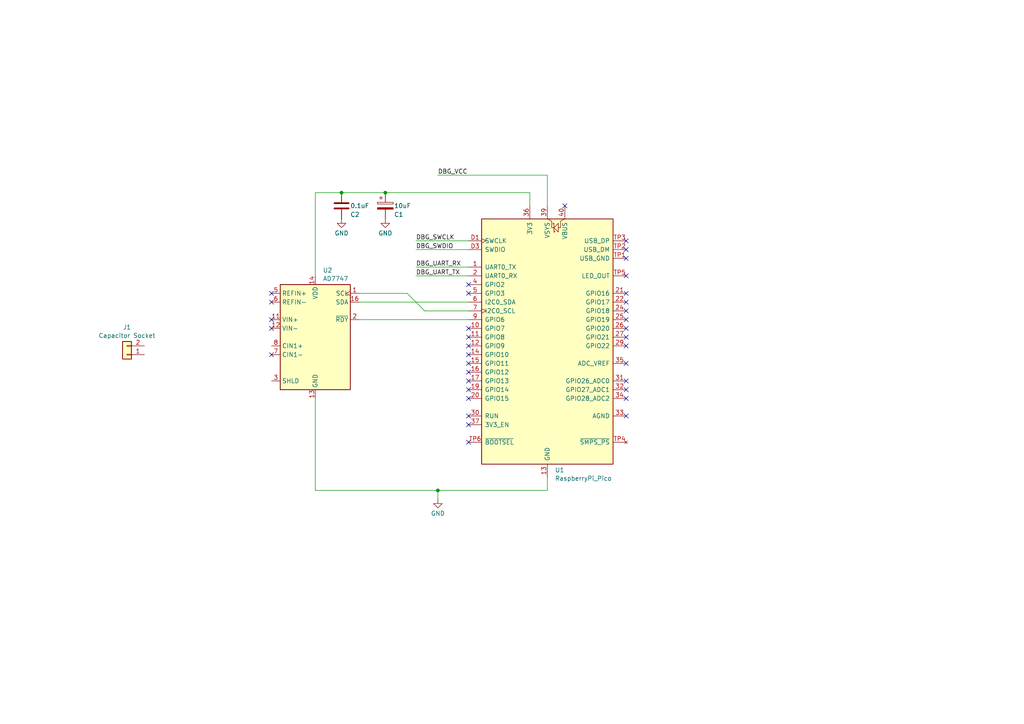
<source format=kicad_sch>
(kicad_sch (version 20230121) (generator eeschema)
  (paper "A4")
  (lib_symbols
    (symbol "Analog_ADC_AD7747:AD7747"
      (property "Reference" "U" (at -10.16 16.51 0))
      (property "Value" "AD7747" (at 10.16 16.51 0))
      (symbol "AD7747_0_0"
        (pin input clock (at 12.7 12.7 180) (length 2.54) (name "SCL") (number "1"))
        (pin input line (at -12.7 5.08 0) (length 2.54) (name "VIN+") (number "11"))
        (pin input line (at -12.7 2.54 0) (length 2.54) (name "VIN-") (number "12"))
        (pin power_in line (at 0 -17.78 90) (length 2.54) (name "GND") (number "13"))
        (pin power_in line (at 0 17.78 270) (length 2.54) (name "VDD") (number "14"))
        (pin bidirectional line (at 12.7 10.16 180) (length 2.54) (name "SDA") (number "16"))
        (pin output line (at 12.7 5.08 180) (length 2.54) (name "~{RDY}") (number "2"))
        (pin output line (at -12.7 -12.7 0) (length 2.54) (name "SHLD") (number "3"))
        (pin input line (at -12.7 12.7 0) (length 2.54) (name "REFIN+") (number "5"))
        (pin input line (at -12.7 10.16 0) (length 2.54) (name "REFIN-") (number "6"))
        (pin passive line (at -12.7 -5.08 0) (length 2.54) (name "CIN1-") (number "7"))
        (pin passive line (at -12.7 -2.54 0) (length 2.54) (name "CIN1+") (number "8"))
      )
      (symbol "AD7747_1_0"
        (pin no_connect non_logic (at 10.16 -10.16 180) (length 2.54) hide (name "NC") (number "10"))
        (pin no_connect non_logic (at 10.16 -12.7 180) (length 2.54) hide (name "NC") (number "15"))
        (pin no_connect line (at 10.16 -2.54 180) (length 2.54) hide (name "TST") (number "4"))
        (pin no_connect non_logic (at 10.16 -7.62 180) (length 2.54) hide (name "NC") (number "9"))
      )
      (symbol "AD7747_1_1"
        (rectangle (start -10.16 15.24) (end 10.16 -15.24) (stroke (width 0.254)) (fill (type background)))
      )
    )
    (symbol "Connector_Generic:Conn_01x02" (pin_names (offset 1.016) hide)
      (property "Reference" "J" (at 0 2.54 0))
      (property "Value" "Conn_01x02" (at 0 -5.08 0))
      (symbol "Conn_01x02_1_1"
        (rectangle (start -1.27 -2.413) (end 0 -2.667) (stroke (width 0.1524)))
        (rectangle (start -1.27 0.127) (end 0 -0.127) (stroke (width 0.1524)))
        (rectangle (start -1.27 1.27) (end 1.27 -3.81) (stroke (width 0.254)) (fill (type background)))
        (pin passive line (at -5.08 0 0) (length 3.81) (name "Pin_1") (number "1"))
        (pin passive line (at -5.08 -2.54 0) (length 3.81) (name "Pin_2") (number "2"))
      )
    )
    (symbol "Device:C" (pin_numbers hide) (pin_names (offset 0.254))
      (property "Reference" "C" (at 0.635 2.54 0))
      (property "Value" "C" (at 0.635 -2.54 0))
      (symbol "C_0_1"
        (polyline (pts (xy -2.032 -0.762) (xy 2.032 -0.762)) (stroke (width 0.508)))
        (polyline (pts (xy -2.032 0.762) (xy 2.032 0.762)) (stroke (width 0.508)))
      )
      (symbol "C_1_1"
        (pin passive line (at 0 3.81 270) (length 2.794) (name "~") (number "1"))
        (pin passive line (at 0 -3.81 90) (length 2.794) (name "~") (number "2"))
      )
    )
    (symbol "Device:C_Polarized" (pin_numbers hide) (pin_names (offset 0.254))
      (property "Reference" "C" (at 0.635 2.54 0))
      (property "Value" "C_Polarized" (at 0.635 -2.54 0))
      (symbol "C_Polarized_0_1"
        (rectangle (start -2.286 0.508) (end 2.286 1.016))
        (polyline (pts (xy -1.778 2.286) (xy -0.762 2.286)))
        (polyline (pts (xy -1.27 2.794) (xy -1.27 1.778)))
        (rectangle (start 2.286 -0.508) (end -2.286 -1.016) (fill (type outline)))
      )
      (symbol "C_Polarized_1_1"
        (pin passive line (at 0 3.81 270) (length 2.794) (name "~") (number "1"))
        (pin passive line (at 0 -3.81 90) (length 2.794) (name "~") (number "2"))
      )
    )
    (symbol "MCU_Module_RaspberryPi_Pico:RaspberryPi_Pico_SecondaryPins" (pin_names (offset 0.889))
      (property "Reference" "U" (at -19.05 38.1 0))
      (property "Value" "RaspberryPi_Pico_SecondaryPins" (at 7.62 38.1 0))
      (symbol "RaspberryPi_Pico_SecondaryPins_0_1"
        (rectangle (start -19.05 36.83) (end 19.05 -34.29) (stroke (width 0.254)) (fill (type background)))
        (polyline (pts (xy 0 36.83) (xy 1.27 36.195) (xy 1.27 34.29) (xy 1.905 34.29)))
        (polyline (pts (xy 1.905 34.29) (xy 3.175 35.56) (xy 3.175 33.02) (xy 1.905 34.29)))
        (polyline (pts (xy 5.08 36.83) (xy 3.81 36.195) (xy 3.81 34.29) (xy 3.175 34.29)))
        (polyline (pts (xy 1.651 35.306) (xy 1.651 35.56) (xy 1.905 35.56) (xy 1.905 33.02) (xy 2.159 33.02) (xy 2.159 33.274)))
      )
      (symbol "RaspberryPi_Pico_SecondaryPins_1_1"
        (pin bidirectional line (at -22.86 22.86 0) (length 3.81) (name "GPIO0") (number "1") (alternate "I2C0_SDA" bidirectional line) (alternate "UART0_TX" output line))
        (pin bidirectional line (at -22.86 5.08 0) (length 3.81) (name "GPIO7") (number "10"))
        (pin bidirectional line (at -22.86 2.54 0) (length 3.81) (name "GPIO8") (number "11") (alternate "I2C0_SDA" bidirectional line))
        (pin bidirectional line (at -22.86 0 0) (length 3.81) (name "GPIO9") (number "12") (alternate "I2C0_SCL" bidirectional clock))
        (pin power_out line (at 0 -38.1 90) (length 3.81) (name "GND") (number "13"))
        (pin bidirectional line (at -22.86 -2.54 0) (length 3.81) (name "GPIO10") (number "14"))
        (pin bidirectional line (at -22.86 -5.08 0) (length 3.81) (name "GPIO11") (number "15"))
        (pin bidirectional line (at -22.86 -7.62 0) (length 3.81) (name "GPIO12") (number "16") (alternate "I2C0_SDA" bidirectional line) (alternate "UART0_TX" output line))
        (pin bidirectional line (at -22.86 -10.16 0) (length 3.81) (name "GPIO13") (number "17") (alternate "I2C0_SCL" bidirectional clock) (alternate "UART0_RX" input line))
        (pin passive line (at 0 -38.1 90) (length 3.81) hide (name "GND") (number "18"))
        (pin bidirectional line (at -22.86 -12.7 0) (length 3.81) (name "GPIO14") (number "19"))
        (pin bidirectional line (at -22.86 20.32 0) (length 3.81) (name "GPIO1") (number "2") (alternate "I2C0_SCL" bidirectional clock) (alternate "UART0_RX" input line))
        (pin bidirectional line (at -22.86 -15.24 0) (length 3.81) (name "GPIO15") (number "20"))
        (pin bidirectional line (at 22.86 15.24 180) (length 3.81) (name "GPIO16") (number "21") (alternate "I2C0_SDA" bidirectional line) (alternate "UART0_TX" output line))
        (pin bidirectional line (at 22.86 12.7 180) (length 3.81) (name "GPIO17") (number "22") (alternate "I2C0_SCL" bidirectional clock) (alternate "UART0_RX" input line))
        (pin passive line (at 0 -38.1 90) (length 3.81) hide (name "GND") (number "23"))
        (pin bidirectional line (at 22.86 10.16 180) (length 3.81) (name "GPIO18") (number "24"))
        (pin bidirectional line (at 22.86 7.62 180) (length 3.81) (name "GPIO19") (number "25"))
        (pin bidirectional line (at 22.86 5.08 180) (length 3.81) (name "GPIO20") (number "26") (alternate "I2C0_SDA" bidirectional line))
        (pin bidirectional line (at 22.86 2.54 180) (length 3.81) (name "GPIO21") (number "27") (alternate "I2C0_SCL" bidirectional clock))
        (pin passive line (at 0 -38.1 90) (length 3.81) hide (name "GND") (number "28"))
        (pin bidirectional line (at 22.86 0 180) (length 3.81) (name "GPIO22") (number "29"))
        (pin passive line (at 0 -38.1 90) (length 3.81) hide (name "GND") (number "3"))
        (pin input line (at -22.86 -20.32 0) (length 3.81) (name "RUN") (number "30"))
        (pin bidirectional line (at 22.86 -10.16 180) (length 3.81) (name "GPIO26_ADC0") (number "31"))
        (pin bidirectional line (at 22.86 -12.7 180) (length 3.81) (name "GPIO27_ADC1") (number "32"))
        (pin power_in line (at 22.86 -20.32 180) (length 3.81) (name "AGND") (number "33"))
        (pin bidirectional line (at 22.86 -15.24 180) (length 3.81) (name "GPIO28_ADC2") (number "34") (alternate "I2C0_SDA" bidirectional line) (alternate "UART0_TX" output line))
        (pin power_in line (at 22.86 -5.08 180) (length 3.81) (name "ADC_VREF") (number "35"))
        (pin power_out line (at -5.08 40.64 270) (length 3.81) (name "3V3") (number "36"))
        (pin input line (at -22.86 -22.86 0) (length 3.81) (name "3V3_EN") (number "37"))
        (pin passive line (at 0 -38.1 90) (length 3.81) hide (name "GND") (number "38"))
        (pin power_in line (at 0 40.64 270) (length 3.81) (name "VSYS") (number "39"))
        (pin bidirectional line (at -22.86 17.78 0) (length 3.81) (name "GPIO2") (number "4"))
        (pin power_out line (at 5.08 40.64 270) (length 3.81) (name "VBUS") (number "40"))
        (pin bidirectional line (at -22.86 15.24 0) (length 3.81) (name "GPIO3") (number "5"))
        (pin bidirectional line (at -22.86 12.7 0) (length 3.81) (name "GPIO4") (number "6") (alternate "I2C0_SDA" bidirectional line))
        (pin bidirectional line (at -22.86 10.16 0) (length 3.81) (name "GPIO5") (number "7") (alternate "I2C0_SCL" bidirectional clock))
        (pin passive line (at 0 -38.1 90) (length 3.81) hide (name "GND") (number "8"))
        (pin bidirectional line (at -22.86 7.62 0) (length 3.81) (name "GPIO6") (number "9"))
        (pin input clock (at -22.86 30.48 0) (length 3.81) (name "SWCLK") (number "D1"))
        (pin passive line (at 0 -38.1 90) (length 3.81) hide (name "GND") (number "D2"))
        (pin bidirectional line (at -22.86 27.94 0) (length 3.81) (name "SWDIO") (number "D3"))
        (pin power_out line (at 22.86 25.4 180) (length 3.81) (name "USB_GND") (number "TP1"))
        (pin bidirectional line (at 22.86 27.94 180) (length 3.81) (name "USB_DM") (number "TP2"))
        (pin bidirectional line (at 22.86 30.48 180) (length 3.81) (name "USB_DP") (number "TP3"))
        (pin no_connect line (at 22.86 -27.94 180) (length 3.81) (name "~{SMPS_PS}") (number "TP4"))
        (pin output line (at 22.86 20.32 180) (length 3.81) (name "LED_OUT") (number "TP5"))
        (pin input line (at -22.86 -27.94 0) (length 3.81) (name "~{BOOTSEL}") (number "TP6"))
      )
    )
    (symbol "power:GND" (power) (pin_names (offset 0))
      (property "Value" "GND" (at 0 -3.81 0))
      (symbol "GND_0_1"
        (polyline (pts (xy 0 0) (xy 0 -1.27) (xy 1.27 -1.27) (xy 0 -2.54) (xy -1.27 -1.27) (xy 0 -1.27)))
      )
      (symbol "GND_1_1"
        (pin power_in line (at 0 0 270) (length 0) hide (name "GND") (number "1"))
      )
    )
  )
  (junction (at 111.76 55.88))
  (junction (at 99.06 55.88))
  (junction (at 127 142.24))
  (no_connect (at 181.61 92.71))
  (no_connect (at 78.74 102.87))
  (no_connect (at 135.89 123.19))
  (no_connect (at 135.89 102.87))
  (no_connect (at 135.89 100.33))
  (no_connect (at 181.61 105.41))
  (no_connect (at 78.74 95.25))
  (no_connect (at 135.89 97.79))
  (no_connect (at 181.61 80.01))
  (no_connect (at 135.89 110.49))
  (no_connect (at 181.61 69.85))
  (no_connect (at 135.89 107.95))
  (no_connect (at 135.89 128.27))
  (no_connect (at 135.89 95.25))
  (no_connect (at 135.89 120.65))
  (no_connect (at 181.61 113.03))
  (no_connect (at 163.83 59.69))
  (no_connect (at 181.61 95.25))
  (no_connect (at 78.74 85.09))
  (no_connect (at 181.61 115.57))
  (no_connect (at 135.89 115.57))
  (no_connect (at 181.61 74.93))
  (no_connect (at 78.74 87.63))
  (no_connect (at 135.89 105.41))
  (no_connect (at 181.61 87.63))
  (no_connect (at 181.61 120.65))
  (no_connect (at 181.61 72.39))
  (no_connect (at 135.89 82.55))
  (no_connect (at 135.89 113.03))
  (no_connect (at 181.61 110.49))
  (no_connect (at 181.61 85.09))
  (no_connect (at 135.89 85.09))
  (no_connect (at 181.61 97.79))
  (no_connect (at 181.61 100.33))
  (no_connect (at 78.74 92.71))
  (no_connect (at 181.61 90.17))
  (wire (pts (xy 104.14 92.71) (xy 135.89 92.71)))
  (wire (pts (xy 104.14 87.63) (xy 135.89 87.63)))
  (wire (pts (xy 91.44 55.88) (xy 99.06 55.88)))
  (wire (pts (xy 91.44 115.57) (xy 91.44 142.24)))
  (wire (pts (xy 158.75 50.8) (xy 158.75 59.69)))
  (wire (pts (xy 153.67 55.88) (xy 153.67 59.69)))
  (wire (pts (xy 104.14 85.09) (xy 118.11 85.09)))
  (wire (pts (xy 118.11 85.09) (xy 123.19 90.17)))
  (wire (pts (xy 111.76 55.88) (xy 153.67 55.88)))
  (wire (pts (xy 127 144.78) (xy 127 142.24)))
  (wire (pts (xy 158.75 138.43) (xy 158.75 142.24)))
  (wire (pts (xy 99.06 55.88) (xy 111.76 55.88)))
  (wire (pts (xy 91.44 55.88) (xy 91.44 80.01)))
  (wire (pts (xy 120.65 72.39) (xy 135.89 72.39)))
  (wire (pts (xy 123.19 90.17) (xy 135.89 90.17)))
  (wire (pts (xy 120.65 77.47) (xy 135.89 77.47)))
  (wire (pts (xy 120.65 80.01) (xy 135.89 80.01)))
  (wire (pts (xy 127 142.24) (xy 158.75 142.24)))
  (wire (pts (xy 91.44 142.24) (xy 127 142.24)))
  (wire (pts (xy 127 50.8) (xy 158.75 50.8)))
  (wire (pts (xy 120.65 69.85) (xy 135.89 69.85)))
  (label "DBG_UART_RX" (at 120.65 77.47 0))
  (label "DBG_VCC" (at 127 50.8 0))
  (label "DBG_UART_TX" (at 120.65 80.01 0))
  (label "DBG_SWCLK" (at 120.65 69.85 0))
  (label "DBG_SWDIO" (at 120.65 72.39 0))
  (symbol (lib_id "Device:C") (at 99.06 59.69 0) (unit 1)
    (property "Reference" "C2" (at 101.6 62.23 0) (effects (justify left)))
    (property "Value" "0.1uF" (at 101.6 59.69 0) (effects (justify left)))
  )
  (symbol (lib_id "Analog_ADC_AD7747:AD7747") (at 91.44 97.79 0) (unit 1)
    (property "Reference" "U2" (at 93.6341 78.4057 0) (effects (justify left)))
    (property "Value" "AD7747" (at 93.6341 80.8299 0) (effects (justify left)))
    (property "Footprint" "Package_SO:TSSOP-16_4.4x5mm_P0.65mm" (effects hide))
    (property "Datasheet" "https://www.analog.com/media/en/technical-documentation/data-sheets/AD7747.pdf" (effects hide))
  )
  (symbol (lib_id "Connector_Generic:Conn_01x02") (at 36.83 102.87 180) (unit 1)
    (property "Reference" "J1" (at 36.83 94.9157 0))
    (property "Value" "Capacitor Socket" (at 36.83 97.3399 0))
  )
  (symbol (lib_id "Device:C_Polarized") (at 111.76 59.69 0) (unit 1)
    (property "Reference" "C1" (at 114.3 62.23 0) (effects (justify left)))
    (property "Value" "10uF" (at 114.3 59.69 0) (effects (justify left)))
  )
  (symbol (lib_id "power:GND") (at 111.76 63.5 0) (unit 1)
    (property "Reference" "#PWR02" (effects hide))
    (property "Value" "GND" (at 111.76 67.6331 0))
  )
  (symbol (lib_id "power:GND") (at 99.06 63.5 0) (unit 1)
    (property "Reference" "#PWR01" (effects hide))
    (property "Value" "GND" (at 99.06 67.6331 0))
  )
  (symbol (lib_id "power:GND") (at 127 144.78 0) (unit 1)
    (property "Reference" "#PWR03" (effects hide))
    (property "Value" "GND" (at 127 148.9131 0))
  )
  (symbol (lib_id "MCU_Module_RaspberryPi_Pico:RaspberryPi_Pico_SecondaryPins") (at 158.75 100.33 0) (unit 1)
    (property "Reference" "U1" (at 160.9441 136.3401 0) (effects (justify left)))
    (property "Value" "RaspberryPi_Pico" (at 160.9441 138.7643 0) (effects (justify left)))
    (property "Footprint" "Module_RaspberryPi_Pico:RaspberryPi_Pico_Original_SMD" (effects hide))
    (property "Datasheet" "https://datasheets.raspberrypi.com/pico/pico-datasheet.pdf" (effects hide))
    (pin "1" (alternate "UART0_TX"))
    (pin "2" (alternate "UART0_RX"))
    (pin "6" (alternate "I2C0_SDA"))
    (pin "7" (alternate "I2C0_SCL"))
  )
)
</source>
